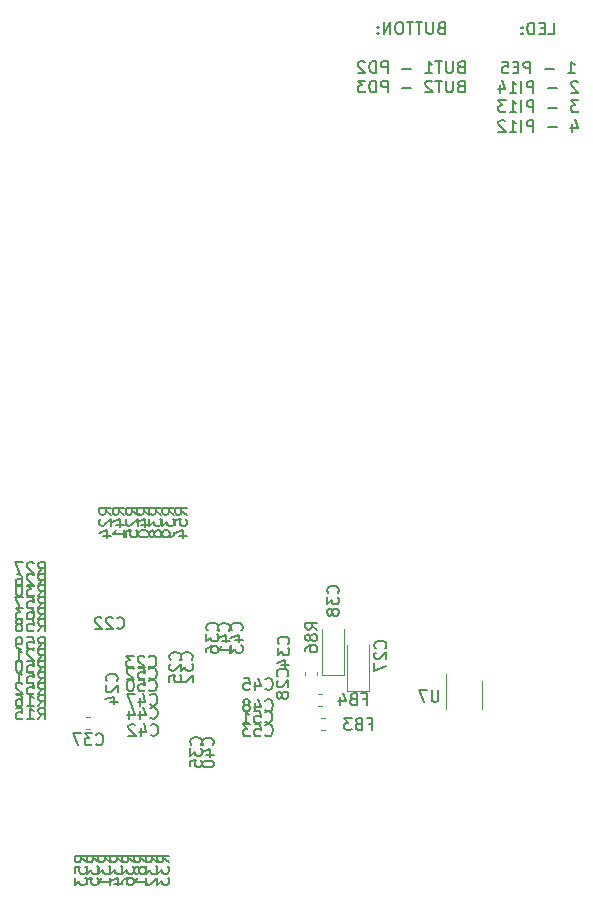
<source format=gbr>
G04 #@! TF.GenerationSoftware,KiCad,Pcbnew,(5.1.5-0-10_14)*
G04 #@! TF.CreationDate,2021-01-28T08:30:45+01:00*
G04 #@! TF.ProjectId,BEASTH7_01,42454153-5448-4375-9f30-312e6b696361,rev?*
G04 #@! TF.SameCoordinates,Original*
G04 #@! TF.FileFunction,Legend,Bot*
G04 #@! TF.FilePolarity,Positive*
%FSLAX46Y46*%
G04 Gerber Fmt 4.6, Leading zero omitted, Abs format (unit mm)*
G04 Created by KiCad (PCBNEW (5.1.5-0-10_14)) date 2021-01-28 08:30:45*
%MOMM*%
%LPD*%
G04 APERTURE LIST*
%ADD10C,0.150000*%
%ADD11C,0.120000*%
G04 APERTURE END LIST*
D10*
X144892400Y-74186971D02*
X144749542Y-74234590D01*
X144701923Y-74282209D01*
X144654304Y-74377447D01*
X144654304Y-74520304D01*
X144701923Y-74615542D01*
X144749542Y-74663161D01*
X144844780Y-74710780D01*
X145225733Y-74710780D01*
X145225733Y-73710780D01*
X144892400Y-73710780D01*
X144797161Y-73758400D01*
X144749542Y-73806019D01*
X144701923Y-73901257D01*
X144701923Y-73996495D01*
X144749542Y-74091733D01*
X144797161Y-74139352D01*
X144892400Y-74186971D01*
X145225733Y-74186971D01*
X144225733Y-73710780D02*
X144225733Y-74520304D01*
X144178114Y-74615542D01*
X144130495Y-74663161D01*
X144035257Y-74710780D01*
X143844780Y-74710780D01*
X143749542Y-74663161D01*
X143701923Y-74615542D01*
X143654304Y-74520304D01*
X143654304Y-73710780D01*
X143320971Y-73710780D02*
X142749542Y-73710780D01*
X143035257Y-74710780D02*
X143035257Y-73710780D01*
X142559066Y-73710780D02*
X141987638Y-73710780D01*
X142273352Y-74710780D02*
X142273352Y-73710780D01*
X141463828Y-73710780D02*
X141273352Y-73710780D01*
X141178114Y-73758400D01*
X141082876Y-73853638D01*
X141035257Y-74044114D01*
X141035257Y-74377447D01*
X141082876Y-74567923D01*
X141178114Y-74663161D01*
X141273352Y-74710780D01*
X141463828Y-74710780D01*
X141559066Y-74663161D01*
X141654304Y-74567923D01*
X141701923Y-74377447D01*
X141701923Y-74044114D01*
X141654304Y-73853638D01*
X141559066Y-73758400D01*
X141463828Y-73710780D01*
X140606685Y-74710780D02*
X140606685Y-73710780D01*
X140035257Y-74710780D01*
X140035257Y-73710780D01*
X139559066Y-74615542D02*
X139511447Y-74663161D01*
X139559066Y-74710780D01*
X139606685Y-74663161D01*
X139559066Y-74615542D01*
X139559066Y-74710780D01*
X139559066Y-74091733D02*
X139511447Y-74139352D01*
X139559066Y-74186971D01*
X139606685Y-74139352D01*
X139559066Y-74091733D01*
X139559066Y-74186971D01*
X146559066Y-77486971D02*
X146416209Y-77534590D01*
X146368590Y-77582209D01*
X146320971Y-77677447D01*
X146320971Y-77820304D01*
X146368590Y-77915542D01*
X146416209Y-77963161D01*
X146511447Y-78010780D01*
X146892400Y-78010780D01*
X146892400Y-77010780D01*
X146559066Y-77010780D01*
X146463828Y-77058400D01*
X146416209Y-77106019D01*
X146368590Y-77201257D01*
X146368590Y-77296495D01*
X146416209Y-77391733D01*
X146463828Y-77439352D01*
X146559066Y-77486971D01*
X146892400Y-77486971D01*
X145892400Y-77010780D02*
X145892400Y-77820304D01*
X145844780Y-77915542D01*
X145797161Y-77963161D01*
X145701923Y-78010780D01*
X145511447Y-78010780D01*
X145416209Y-77963161D01*
X145368590Y-77915542D01*
X145320971Y-77820304D01*
X145320971Y-77010780D01*
X144987638Y-77010780D02*
X144416209Y-77010780D01*
X144701923Y-78010780D02*
X144701923Y-77010780D01*
X143559066Y-78010780D02*
X144130495Y-78010780D01*
X143844780Y-78010780D02*
X143844780Y-77010780D01*
X143940019Y-77153638D01*
X144035257Y-77248876D01*
X144130495Y-77296495D01*
X142368590Y-77629828D02*
X141606685Y-77629828D01*
X140368590Y-78010780D02*
X140368590Y-77010780D01*
X139987638Y-77010780D01*
X139892400Y-77058400D01*
X139844780Y-77106019D01*
X139797161Y-77201257D01*
X139797161Y-77344114D01*
X139844780Y-77439352D01*
X139892400Y-77486971D01*
X139987638Y-77534590D01*
X140368590Y-77534590D01*
X139368590Y-78010780D02*
X139368590Y-77010780D01*
X139130495Y-77010780D01*
X138987638Y-77058400D01*
X138892400Y-77153638D01*
X138844780Y-77248876D01*
X138797161Y-77439352D01*
X138797161Y-77582209D01*
X138844780Y-77772685D01*
X138892400Y-77867923D01*
X138987638Y-77963161D01*
X139130495Y-78010780D01*
X139368590Y-78010780D01*
X138416209Y-77106019D02*
X138368590Y-77058400D01*
X138273352Y-77010780D01*
X138035257Y-77010780D01*
X137940019Y-77058400D01*
X137892400Y-77106019D01*
X137844780Y-77201257D01*
X137844780Y-77296495D01*
X137892400Y-77439352D01*
X138463828Y-78010780D01*
X137844780Y-78010780D01*
X146559066Y-79136971D02*
X146416209Y-79184590D01*
X146368590Y-79232209D01*
X146320971Y-79327447D01*
X146320971Y-79470304D01*
X146368590Y-79565542D01*
X146416209Y-79613161D01*
X146511447Y-79660780D01*
X146892400Y-79660780D01*
X146892400Y-78660780D01*
X146559066Y-78660780D01*
X146463828Y-78708400D01*
X146416209Y-78756019D01*
X146368590Y-78851257D01*
X146368590Y-78946495D01*
X146416209Y-79041733D01*
X146463828Y-79089352D01*
X146559066Y-79136971D01*
X146892400Y-79136971D01*
X145892400Y-78660780D02*
X145892400Y-79470304D01*
X145844780Y-79565542D01*
X145797161Y-79613161D01*
X145701923Y-79660780D01*
X145511447Y-79660780D01*
X145416209Y-79613161D01*
X145368590Y-79565542D01*
X145320971Y-79470304D01*
X145320971Y-78660780D01*
X144987638Y-78660780D02*
X144416209Y-78660780D01*
X144701923Y-79660780D02*
X144701923Y-78660780D01*
X144130495Y-78756019D02*
X144082876Y-78708400D01*
X143987638Y-78660780D01*
X143749542Y-78660780D01*
X143654304Y-78708400D01*
X143606685Y-78756019D01*
X143559066Y-78851257D01*
X143559066Y-78946495D01*
X143606685Y-79089352D01*
X144178114Y-79660780D01*
X143559066Y-79660780D01*
X142368590Y-79279828D02*
X141606685Y-79279828D01*
X140368590Y-79660780D02*
X140368590Y-78660780D01*
X139987638Y-78660780D01*
X139892400Y-78708400D01*
X139844780Y-78756019D01*
X139797161Y-78851257D01*
X139797161Y-78994114D01*
X139844780Y-79089352D01*
X139892400Y-79136971D01*
X139987638Y-79184590D01*
X140368590Y-79184590D01*
X139368590Y-79660780D02*
X139368590Y-78660780D01*
X139130495Y-78660780D01*
X138987638Y-78708400D01*
X138892400Y-78803638D01*
X138844780Y-78898876D01*
X138797161Y-79089352D01*
X138797161Y-79232209D01*
X138844780Y-79422685D01*
X138892400Y-79517923D01*
X138987638Y-79613161D01*
X139130495Y-79660780D01*
X139368590Y-79660780D01*
X138463828Y-78660780D02*
X137844780Y-78660780D01*
X138178114Y-79041733D01*
X138035257Y-79041733D01*
X137940019Y-79089352D01*
X137892400Y-79136971D01*
X137844780Y-79232209D01*
X137844780Y-79470304D01*
X137892400Y-79565542D01*
X137940019Y-79613161D01*
X138035257Y-79660780D01*
X138320971Y-79660780D01*
X138416209Y-79613161D01*
X138463828Y-79565542D01*
X153992152Y-74737180D02*
X154468342Y-74737180D01*
X154468342Y-73737180D01*
X153658819Y-74213371D02*
X153325485Y-74213371D01*
X153182628Y-74737180D02*
X153658819Y-74737180D01*
X153658819Y-73737180D01*
X153182628Y-73737180D01*
X152754057Y-74737180D02*
X152754057Y-73737180D01*
X152515961Y-73737180D01*
X152373104Y-73784800D01*
X152277866Y-73880038D01*
X152230247Y-73975276D01*
X152182628Y-74165752D01*
X152182628Y-74308609D01*
X152230247Y-74499085D01*
X152277866Y-74594323D01*
X152373104Y-74689561D01*
X152515961Y-74737180D01*
X152754057Y-74737180D01*
X151754057Y-74641942D02*
X151706438Y-74689561D01*
X151754057Y-74737180D01*
X151801676Y-74689561D01*
X151754057Y-74641942D01*
X151754057Y-74737180D01*
X151754057Y-74118133D02*
X151706438Y-74165752D01*
X151754057Y-74213371D01*
X151801676Y-74165752D01*
X151754057Y-74118133D01*
X151754057Y-74213371D01*
X155635009Y-78037180D02*
X156206438Y-78037180D01*
X155920723Y-78037180D02*
X155920723Y-77037180D01*
X156015961Y-77180038D01*
X156111200Y-77275276D01*
X156206438Y-77322895D01*
X154444533Y-77656228D02*
X153682628Y-77656228D01*
X152444533Y-78037180D02*
X152444533Y-77037180D01*
X152063580Y-77037180D01*
X151968342Y-77084800D01*
X151920723Y-77132419D01*
X151873104Y-77227657D01*
X151873104Y-77370514D01*
X151920723Y-77465752D01*
X151968342Y-77513371D01*
X152063580Y-77560990D01*
X152444533Y-77560990D01*
X151444533Y-77513371D02*
X151111200Y-77513371D01*
X150968342Y-78037180D02*
X151444533Y-78037180D01*
X151444533Y-77037180D01*
X150968342Y-77037180D01*
X150063580Y-77037180D02*
X150539771Y-77037180D01*
X150587390Y-77513371D01*
X150539771Y-77465752D01*
X150444533Y-77418133D01*
X150206438Y-77418133D01*
X150111200Y-77465752D01*
X150063580Y-77513371D01*
X150015961Y-77608609D01*
X150015961Y-77846704D01*
X150063580Y-77941942D01*
X150111200Y-77989561D01*
X150206438Y-78037180D01*
X150444533Y-78037180D01*
X150539771Y-77989561D01*
X150587390Y-77941942D01*
X156468342Y-78782419D02*
X156420723Y-78734800D01*
X156325485Y-78687180D01*
X156087390Y-78687180D01*
X155992152Y-78734800D01*
X155944533Y-78782419D01*
X155896914Y-78877657D01*
X155896914Y-78972895D01*
X155944533Y-79115752D01*
X156515961Y-79687180D01*
X155896914Y-79687180D01*
X154706438Y-79306228D02*
X153944533Y-79306228D01*
X152706438Y-79687180D02*
X152706438Y-78687180D01*
X152325485Y-78687180D01*
X152230247Y-78734800D01*
X152182628Y-78782419D01*
X152135009Y-78877657D01*
X152135009Y-79020514D01*
X152182628Y-79115752D01*
X152230247Y-79163371D01*
X152325485Y-79210990D01*
X152706438Y-79210990D01*
X151706438Y-79687180D02*
X151706438Y-78687180D01*
X150706438Y-79687180D02*
X151277866Y-79687180D01*
X150992152Y-79687180D02*
X150992152Y-78687180D01*
X151087390Y-78830038D01*
X151182628Y-78925276D01*
X151277866Y-78972895D01*
X149849295Y-79020514D02*
X149849295Y-79687180D01*
X150087390Y-78639561D02*
X150325485Y-79353847D01*
X149706438Y-79353847D01*
X156515961Y-80337180D02*
X155896914Y-80337180D01*
X156230247Y-80718133D01*
X156087390Y-80718133D01*
X155992152Y-80765752D01*
X155944533Y-80813371D01*
X155896914Y-80908609D01*
X155896914Y-81146704D01*
X155944533Y-81241942D01*
X155992152Y-81289561D01*
X156087390Y-81337180D01*
X156373104Y-81337180D01*
X156468342Y-81289561D01*
X156515961Y-81241942D01*
X154706438Y-80956228D02*
X153944533Y-80956228D01*
X152706438Y-81337180D02*
X152706438Y-80337180D01*
X152325485Y-80337180D01*
X152230247Y-80384800D01*
X152182628Y-80432419D01*
X152135009Y-80527657D01*
X152135009Y-80670514D01*
X152182628Y-80765752D01*
X152230247Y-80813371D01*
X152325485Y-80860990D01*
X152706438Y-80860990D01*
X151706438Y-81337180D02*
X151706438Y-80337180D01*
X150706438Y-81337180D02*
X151277866Y-81337180D01*
X150992152Y-81337180D02*
X150992152Y-80337180D01*
X151087390Y-80480038D01*
X151182628Y-80575276D01*
X151277866Y-80622895D01*
X150373104Y-80337180D02*
X149754057Y-80337180D01*
X150087390Y-80718133D01*
X149944533Y-80718133D01*
X149849295Y-80765752D01*
X149801676Y-80813371D01*
X149754057Y-80908609D01*
X149754057Y-81146704D01*
X149801676Y-81241942D01*
X149849295Y-81289561D01*
X149944533Y-81337180D01*
X150230247Y-81337180D01*
X150325485Y-81289561D01*
X150373104Y-81241942D01*
X155992152Y-82320514D02*
X155992152Y-82987180D01*
X156230247Y-81939561D02*
X156468342Y-82653847D01*
X155849295Y-82653847D01*
X154706438Y-82606228D02*
X153944533Y-82606228D01*
X152706438Y-82987180D02*
X152706438Y-81987180D01*
X152325485Y-81987180D01*
X152230247Y-82034800D01*
X152182628Y-82082419D01*
X152135009Y-82177657D01*
X152135009Y-82320514D01*
X152182628Y-82415752D01*
X152230247Y-82463371D01*
X152325485Y-82510990D01*
X152706438Y-82510990D01*
X151706438Y-82987180D02*
X151706438Y-81987180D01*
X150706438Y-82987180D02*
X151277866Y-82987180D01*
X150992152Y-82987180D02*
X150992152Y-81987180D01*
X151087390Y-82130038D01*
X151182628Y-82225276D01*
X151277866Y-82272895D01*
X150325485Y-82082419D02*
X150277866Y-82034800D01*
X150182628Y-81987180D01*
X149944533Y-81987180D01*
X149849295Y-82034800D01*
X149801676Y-82082419D01*
X149754057Y-82177657D01*
X149754057Y-82272895D01*
X149801676Y-82415752D01*
X150373104Y-82987180D01*
X149754057Y-82987180D01*
D11*
X138780800Y-126445200D02*
X138780800Y-130355200D01*
X138780800Y-130355200D02*
X136910800Y-130355200D01*
X136910800Y-130355200D02*
X136910800Y-126445200D01*
X114873821Y-132535200D02*
X115199379Y-132535200D01*
X114873821Y-133555200D02*
X115199379Y-133555200D01*
X134777200Y-128954400D02*
X134777200Y-125044400D01*
X136647200Y-128954400D02*
X134777200Y-128954400D01*
X136647200Y-125044400D02*
X136647200Y-128954400D01*
X135087579Y-132636800D02*
X134762021Y-132636800D01*
X135087579Y-133656800D02*
X134762021Y-133656800D01*
X134808179Y-131624800D02*
X134482621Y-131624800D01*
X134808179Y-130604800D02*
X134482621Y-130604800D01*
X134418800Y-128691421D02*
X134418800Y-129016979D01*
X133398800Y-128691421D02*
X133398800Y-129016979D01*
X148402600Y-129475200D02*
X148402600Y-131875200D01*
X145302600Y-131875200D02*
X145302600Y-128925200D01*
D10*
X127992142Y-125188742D02*
X128039761Y-125141123D01*
X128087380Y-124998266D01*
X128087380Y-124903028D01*
X128039761Y-124760171D01*
X127944523Y-124664933D01*
X127849285Y-124617314D01*
X127658809Y-124569695D01*
X127515952Y-124569695D01*
X127325476Y-124617314D01*
X127230238Y-124664933D01*
X127135000Y-124760171D01*
X127087380Y-124903028D01*
X127087380Y-124998266D01*
X127135000Y-125141123D01*
X127182619Y-125188742D01*
X127420714Y-126045885D02*
X128087380Y-126045885D01*
X127039761Y-125807790D02*
X127754047Y-125569695D01*
X127754047Y-126188742D01*
X127087380Y-126474457D02*
X127087380Y-127093504D01*
X127468333Y-126760171D01*
X127468333Y-126903028D01*
X127515952Y-126998266D01*
X127563571Y-127045885D01*
X127658809Y-127093504D01*
X127896904Y-127093504D01*
X127992142Y-127045885D01*
X128039761Y-126998266D01*
X128087380Y-126903028D01*
X128087380Y-126617314D01*
X128039761Y-126522076D01*
X127992142Y-126474457D01*
X120149857Y-128246142D02*
X120197476Y-128293761D01*
X120340333Y-128341380D01*
X120435571Y-128341380D01*
X120578428Y-128293761D01*
X120673666Y-128198523D01*
X120721285Y-128103285D01*
X120768904Y-127912809D01*
X120768904Y-127769952D01*
X120721285Y-127579476D01*
X120673666Y-127484238D01*
X120578428Y-127389000D01*
X120435571Y-127341380D01*
X120340333Y-127341380D01*
X120197476Y-127389000D01*
X120149857Y-127436619D01*
X119768904Y-127436619D02*
X119721285Y-127389000D01*
X119626047Y-127341380D01*
X119387952Y-127341380D01*
X119292714Y-127389000D01*
X119245095Y-127436619D01*
X119197476Y-127531857D01*
X119197476Y-127627095D01*
X119245095Y-127769952D01*
X119816523Y-128341380D01*
X119197476Y-128341380D01*
X118864142Y-127341380D02*
X118245095Y-127341380D01*
X118578428Y-127722333D01*
X118435571Y-127722333D01*
X118340333Y-127769952D01*
X118292714Y-127817571D01*
X118245095Y-127912809D01*
X118245095Y-128150904D01*
X118292714Y-128246142D01*
X118340333Y-128293761D01*
X118435571Y-128341380D01*
X118721285Y-128341380D01*
X118816523Y-128293761D01*
X118864142Y-128246142D01*
X117425742Y-129481342D02*
X117473361Y-129433723D01*
X117520980Y-129290866D01*
X117520980Y-129195628D01*
X117473361Y-129052771D01*
X117378123Y-128957533D01*
X117282885Y-128909914D01*
X117092409Y-128862295D01*
X116949552Y-128862295D01*
X116759076Y-128909914D01*
X116663838Y-128957533D01*
X116568600Y-129052771D01*
X116520980Y-129195628D01*
X116520980Y-129290866D01*
X116568600Y-129433723D01*
X116616219Y-129481342D01*
X116616219Y-129862295D02*
X116568600Y-129909914D01*
X116520980Y-130005152D01*
X116520980Y-130243247D01*
X116568600Y-130338485D01*
X116616219Y-130386104D01*
X116711457Y-130433723D01*
X116806695Y-130433723D01*
X116949552Y-130386104D01*
X117520980Y-129814676D01*
X117520980Y-130433723D01*
X116854314Y-131290866D02*
X117520980Y-131290866D01*
X116473361Y-131052771D02*
X117187647Y-130814676D01*
X117187647Y-131433723D01*
X122808942Y-127677942D02*
X122856561Y-127630323D01*
X122904180Y-127487466D01*
X122904180Y-127392228D01*
X122856561Y-127249371D01*
X122761323Y-127154133D01*
X122666085Y-127106514D01*
X122475609Y-127058895D01*
X122332752Y-127058895D01*
X122142276Y-127106514D01*
X122047038Y-127154133D01*
X121951800Y-127249371D01*
X121904180Y-127392228D01*
X121904180Y-127487466D01*
X121951800Y-127630323D01*
X121999419Y-127677942D01*
X121999419Y-128058895D02*
X121951800Y-128106514D01*
X121904180Y-128201752D01*
X121904180Y-128439847D01*
X121951800Y-128535085D01*
X121999419Y-128582704D01*
X122094657Y-128630323D01*
X122189895Y-128630323D01*
X122332752Y-128582704D01*
X122904180Y-128011276D01*
X122904180Y-128630323D01*
X121904180Y-129535085D02*
X121904180Y-129058895D01*
X122380371Y-129011276D01*
X122332752Y-129058895D01*
X122285133Y-129154133D01*
X122285133Y-129392228D01*
X122332752Y-129487466D01*
X122380371Y-129535085D01*
X122475609Y-129582704D01*
X122713704Y-129582704D01*
X122808942Y-129535085D01*
X122856561Y-129487466D01*
X122904180Y-129392228D01*
X122904180Y-129154133D01*
X122856561Y-129058895D01*
X122808942Y-129011276D01*
X140158742Y-126712742D02*
X140206361Y-126665123D01*
X140253980Y-126522266D01*
X140253980Y-126427028D01*
X140206361Y-126284171D01*
X140111123Y-126188933D01*
X140015885Y-126141314D01*
X139825409Y-126093695D01*
X139682552Y-126093695D01*
X139492076Y-126141314D01*
X139396838Y-126188933D01*
X139301600Y-126284171D01*
X139253980Y-126427028D01*
X139253980Y-126522266D01*
X139301600Y-126665123D01*
X139349219Y-126712742D01*
X139349219Y-127093695D02*
X139301600Y-127141314D01*
X139253980Y-127236552D01*
X139253980Y-127474647D01*
X139301600Y-127569885D01*
X139349219Y-127617504D01*
X139444457Y-127665123D01*
X139539695Y-127665123D01*
X139682552Y-127617504D01*
X140253980Y-127046076D01*
X140253980Y-127665123D01*
X139253980Y-127998457D02*
X139253980Y-128665123D01*
X140253980Y-128236552D01*
X131876742Y-129074942D02*
X131924361Y-129027323D01*
X131971980Y-128884466D01*
X131971980Y-128789228D01*
X131924361Y-128646371D01*
X131829123Y-128551133D01*
X131733885Y-128503514D01*
X131543409Y-128455895D01*
X131400552Y-128455895D01*
X131210076Y-128503514D01*
X131114838Y-128551133D01*
X131019600Y-128646371D01*
X130971980Y-128789228D01*
X130971980Y-128884466D01*
X131019600Y-129027323D01*
X131067219Y-129074942D01*
X131067219Y-129455895D02*
X131019600Y-129503514D01*
X130971980Y-129598752D01*
X130971980Y-129836847D01*
X131019600Y-129932085D01*
X131067219Y-129979704D01*
X131162457Y-130027323D01*
X131257695Y-130027323D01*
X131400552Y-129979704D01*
X131971980Y-129408276D01*
X131971980Y-130027323D01*
X131400552Y-130598752D02*
X131352933Y-130503514D01*
X131305314Y-130455895D01*
X131210076Y-130408276D01*
X131162457Y-130408276D01*
X131067219Y-130455895D01*
X131019600Y-130503514D01*
X130971980Y-130598752D01*
X130971980Y-130789228D01*
X131019600Y-130884466D01*
X131067219Y-130932085D01*
X131162457Y-130979704D01*
X131210076Y-130979704D01*
X131305314Y-130932085D01*
X131352933Y-130884466D01*
X131400552Y-130789228D01*
X131400552Y-130598752D01*
X131448171Y-130503514D01*
X131495790Y-130455895D01*
X131591028Y-130408276D01*
X131781504Y-130408276D01*
X131876742Y-130455895D01*
X131924361Y-130503514D01*
X131971980Y-130598752D01*
X131971980Y-130789228D01*
X131924361Y-130884466D01*
X131876742Y-130932085D01*
X131781504Y-130979704D01*
X131591028Y-130979704D01*
X131495790Y-130932085D01*
X131448171Y-130884466D01*
X131400552Y-130789228D01*
X123774142Y-127677942D02*
X123821761Y-127630323D01*
X123869380Y-127487466D01*
X123869380Y-127392228D01*
X123821761Y-127249371D01*
X123726523Y-127154133D01*
X123631285Y-127106514D01*
X123440809Y-127058895D01*
X123297952Y-127058895D01*
X123107476Y-127106514D01*
X123012238Y-127154133D01*
X122917000Y-127249371D01*
X122869380Y-127392228D01*
X122869380Y-127487466D01*
X122917000Y-127630323D01*
X122964619Y-127677942D01*
X122869380Y-128011276D02*
X122869380Y-128630323D01*
X123250333Y-128296990D01*
X123250333Y-128439847D01*
X123297952Y-128535085D01*
X123345571Y-128582704D01*
X123440809Y-128630323D01*
X123678904Y-128630323D01*
X123774142Y-128582704D01*
X123821761Y-128535085D01*
X123869380Y-128439847D01*
X123869380Y-128154133D01*
X123821761Y-128058895D01*
X123774142Y-128011276D01*
X122964619Y-129011276D02*
X122917000Y-129058895D01*
X122869380Y-129154133D01*
X122869380Y-129392228D01*
X122917000Y-129487466D01*
X122964619Y-129535085D01*
X123059857Y-129582704D01*
X123155095Y-129582704D01*
X123297952Y-129535085D01*
X123869380Y-128963657D01*
X123869380Y-129582704D01*
X131954542Y-126357142D02*
X132002161Y-126309523D01*
X132049780Y-126166666D01*
X132049780Y-126071428D01*
X132002161Y-125928571D01*
X131906923Y-125833333D01*
X131811685Y-125785714D01*
X131621209Y-125738095D01*
X131478352Y-125738095D01*
X131287876Y-125785714D01*
X131192638Y-125833333D01*
X131097400Y-125928571D01*
X131049780Y-126071428D01*
X131049780Y-126166666D01*
X131097400Y-126309523D01*
X131145019Y-126357142D01*
X131049780Y-126690476D02*
X131049780Y-127309523D01*
X131430733Y-126976190D01*
X131430733Y-127119047D01*
X131478352Y-127214285D01*
X131525971Y-127261904D01*
X131621209Y-127309523D01*
X131859304Y-127309523D01*
X131954542Y-127261904D01*
X132002161Y-127214285D01*
X132049780Y-127119047D01*
X132049780Y-126833333D01*
X132002161Y-126738095D01*
X131954542Y-126690476D01*
X131383114Y-128166666D02*
X132049780Y-128166666D01*
X131002161Y-127928571D02*
X131716447Y-127690476D01*
X131716447Y-128309523D01*
X124563142Y-134866142D02*
X124610761Y-134818523D01*
X124658380Y-134675666D01*
X124658380Y-134580428D01*
X124610761Y-134437571D01*
X124515523Y-134342333D01*
X124420285Y-134294714D01*
X124229809Y-134247095D01*
X124086952Y-134247095D01*
X123896476Y-134294714D01*
X123801238Y-134342333D01*
X123706000Y-134437571D01*
X123658380Y-134580428D01*
X123658380Y-134675666D01*
X123706000Y-134818523D01*
X123753619Y-134866142D01*
X123658380Y-135199476D02*
X123658380Y-135818523D01*
X124039333Y-135485190D01*
X124039333Y-135628047D01*
X124086952Y-135723285D01*
X124134571Y-135770904D01*
X124229809Y-135818523D01*
X124467904Y-135818523D01*
X124563142Y-135770904D01*
X124610761Y-135723285D01*
X124658380Y-135628047D01*
X124658380Y-135342333D01*
X124610761Y-135247095D01*
X124563142Y-135199476D01*
X123658380Y-136723285D02*
X123658380Y-136247095D01*
X124134571Y-136199476D01*
X124086952Y-136247095D01*
X124039333Y-136342333D01*
X124039333Y-136580428D01*
X124086952Y-136675666D01*
X124134571Y-136723285D01*
X124229809Y-136770904D01*
X124467904Y-136770904D01*
X124563142Y-136723285D01*
X124610761Y-136675666D01*
X124658380Y-136580428D01*
X124658380Y-136342333D01*
X124610761Y-136247095D01*
X124563142Y-136199476D01*
X125934742Y-125188742D02*
X125982361Y-125141123D01*
X126029980Y-124998266D01*
X126029980Y-124903028D01*
X125982361Y-124760171D01*
X125887123Y-124664933D01*
X125791885Y-124617314D01*
X125601409Y-124569695D01*
X125458552Y-124569695D01*
X125268076Y-124617314D01*
X125172838Y-124664933D01*
X125077600Y-124760171D01*
X125029980Y-124903028D01*
X125029980Y-124998266D01*
X125077600Y-125141123D01*
X125125219Y-125188742D01*
X125029980Y-125522076D02*
X125029980Y-126141123D01*
X125410933Y-125807790D01*
X125410933Y-125950647D01*
X125458552Y-126045885D01*
X125506171Y-126093504D01*
X125601409Y-126141123D01*
X125839504Y-126141123D01*
X125934742Y-126093504D01*
X125982361Y-126045885D01*
X126029980Y-125950647D01*
X126029980Y-125664933D01*
X125982361Y-125569695D01*
X125934742Y-125522076D01*
X125029980Y-126998266D02*
X125029980Y-126807790D01*
X125077600Y-126712552D01*
X125125219Y-126664933D01*
X125268076Y-126569695D01*
X125458552Y-126522076D01*
X125839504Y-126522076D01*
X125934742Y-126569695D01*
X125982361Y-126617314D01*
X126029980Y-126712552D01*
X126029980Y-126903028D01*
X125982361Y-126998266D01*
X125934742Y-127045885D01*
X125839504Y-127093504D01*
X125601409Y-127093504D01*
X125506171Y-127045885D01*
X125458552Y-126998266D01*
X125410933Y-126903028D01*
X125410933Y-126712552D01*
X125458552Y-126617314D01*
X125506171Y-126569695D01*
X125601409Y-126522076D01*
X115679457Y-134832342D02*
X115727076Y-134879961D01*
X115869933Y-134927580D01*
X115965171Y-134927580D01*
X116108028Y-134879961D01*
X116203266Y-134784723D01*
X116250885Y-134689485D01*
X116298504Y-134499009D01*
X116298504Y-134356152D01*
X116250885Y-134165676D01*
X116203266Y-134070438D01*
X116108028Y-133975200D01*
X115965171Y-133927580D01*
X115869933Y-133927580D01*
X115727076Y-133975200D01*
X115679457Y-134022819D01*
X115346123Y-133927580D02*
X114727076Y-133927580D01*
X115060409Y-134308533D01*
X114917552Y-134308533D01*
X114822314Y-134356152D01*
X114774695Y-134403771D01*
X114727076Y-134499009D01*
X114727076Y-134737104D01*
X114774695Y-134832342D01*
X114822314Y-134879961D01*
X114917552Y-134927580D01*
X115203266Y-134927580D01*
X115298504Y-134879961D01*
X115346123Y-134832342D01*
X114393742Y-133927580D02*
X113727076Y-133927580D01*
X114155647Y-134927580D01*
X136145542Y-122039142D02*
X136193161Y-121991523D01*
X136240780Y-121848666D01*
X136240780Y-121753428D01*
X136193161Y-121610571D01*
X136097923Y-121515333D01*
X136002685Y-121467714D01*
X135812209Y-121420095D01*
X135669352Y-121420095D01*
X135478876Y-121467714D01*
X135383638Y-121515333D01*
X135288400Y-121610571D01*
X135240780Y-121753428D01*
X135240780Y-121848666D01*
X135288400Y-121991523D01*
X135336019Y-122039142D01*
X135240780Y-122372476D02*
X135240780Y-122991523D01*
X135621733Y-122658190D01*
X135621733Y-122801047D01*
X135669352Y-122896285D01*
X135716971Y-122943904D01*
X135812209Y-122991523D01*
X136050304Y-122991523D01*
X136145542Y-122943904D01*
X136193161Y-122896285D01*
X136240780Y-122801047D01*
X136240780Y-122515333D01*
X136193161Y-122420095D01*
X136145542Y-122372476D01*
X135669352Y-123562952D02*
X135621733Y-123467714D01*
X135574114Y-123420095D01*
X135478876Y-123372476D01*
X135431257Y-123372476D01*
X135336019Y-123420095D01*
X135288400Y-123467714D01*
X135240780Y-123562952D01*
X135240780Y-123753428D01*
X135288400Y-123848666D01*
X135336019Y-123896285D01*
X135431257Y-123943904D01*
X135478876Y-123943904D01*
X135574114Y-123896285D01*
X135621733Y-123848666D01*
X135669352Y-123753428D01*
X135669352Y-123562952D01*
X135716971Y-123467714D01*
X135764590Y-123420095D01*
X135859828Y-123372476D01*
X136050304Y-123372476D01*
X136145542Y-123420095D01*
X136193161Y-123467714D01*
X136240780Y-123562952D01*
X136240780Y-123753428D01*
X136193161Y-123848666D01*
X136145542Y-123896285D01*
X136050304Y-123943904D01*
X135859828Y-123943904D01*
X135764590Y-123896285D01*
X135716971Y-123848666D01*
X135669352Y-123753428D01*
X125579142Y-134891542D02*
X125626761Y-134843923D01*
X125674380Y-134701066D01*
X125674380Y-134605828D01*
X125626761Y-134462971D01*
X125531523Y-134367733D01*
X125436285Y-134320114D01*
X125245809Y-134272495D01*
X125102952Y-134272495D01*
X124912476Y-134320114D01*
X124817238Y-134367733D01*
X124722000Y-134462971D01*
X124674380Y-134605828D01*
X124674380Y-134701066D01*
X124722000Y-134843923D01*
X124769619Y-134891542D01*
X125007714Y-135748685D02*
X125674380Y-135748685D01*
X124626761Y-135510590D02*
X125341047Y-135272495D01*
X125341047Y-135891542D01*
X124674380Y-136462971D02*
X124674380Y-136558209D01*
X124722000Y-136653447D01*
X124769619Y-136701066D01*
X124864857Y-136748685D01*
X125055333Y-136796304D01*
X125293428Y-136796304D01*
X125483904Y-136748685D01*
X125579142Y-136701066D01*
X125626761Y-136653447D01*
X125674380Y-136558209D01*
X125674380Y-136462971D01*
X125626761Y-136367733D01*
X125579142Y-136320114D01*
X125483904Y-136272495D01*
X125293428Y-136224876D01*
X125055333Y-136224876D01*
X124864857Y-136272495D01*
X124769619Y-136320114D01*
X124722000Y-136367733D01*
X124674380Y-136462971D01*
X126925342Y-125214142D02*
X126972961Y-125166523D01*
X127020580Y-125023666D01*
X127020580Y-124928428D01*
X126972961Y-124785571D01*
X126877723Y-124690333D01*
X126782485Y-124642714D01*
X126592009Y-124595095D01*
X126449152Y-124595095D01*
X126258676Y-124642714D01*
X126163438Y-124690333D01*
X126068200Y-124785571D01*
X126020580Y-124928428D01*
X126020580Y-125023666D01*
X126068200Y-125166523D01*
X126115819Y-125214142D01*
X126353914Y-126071285D02*
X127020580Y-126071285D01*
X125972961Y-125833190D02*
X126687247Y-125595095D01*
X126687247Y-126214142D01*
X127020580Y-127118904D02*
X127020580Y-126547476D01*
X127020580Y-126833190D02*
X126020580Y-126833190D01*
X126163438Y-126737952D01*
X126258676Y-126642714D01*
X126306295Y-126547476D01*
X120327657Y-134037342D02*
X120375276Y-134084961D01*
X120518133Y-134132580D01*
X120613371Y-134132580D01*
X120756228Y-134084961D01*
X120851466Y-133989723D01*
X120899085Y-133894485D01*
X120946704Y-133704009D01*
X120946704Y-133561152D01*
X120899085Y-133370676D01*
X120851466Y-133275438D01*
X120756228Y-133180200D01*
X120613371Y-133132580D01*
X120518133Y-133132580D01*
X120375276Y-133180200D01*
X120327657Y-133227819D01*
X119470514Y-133465914D02*
X119470514Y-134132580D01*
X119708609Y-133084961D02*
X119946704Y-133799247D01*
X119327657Y-133799247D01*
X118994323Y-133227819D02*
X118946704Y-133180200D01*
X118851466Y-133132580D01*
X118613371Y-133132580D01*
X118518133Y-133180200D01*
X118470514Y-133227819D01*
X118422895Y-133323057D01*
X118422895Y-133418295D01*
X118470514Y-133561152D01*
X119041942Y-134132580D01*
X118422895Y-134132580D01*
X120276857Y-132614942D02*
X120324476Y-132662561D01*
X120467333Y-132710180D01*
X120562571Y-132710180D01*
X120705428Y-132662561D01*
X120800666Y-132567323D01*
X120848285Y-132472085D01*
X120895904Y-132281609D01*
X120895904Y-132138752D01*
X120848285Y-131948276D01*
X120800666Y-131853038D01*
X120705428Y-131757800D01*
X120562571Y-131710180D01*
X120467333Y-131710180D01*
X120324476Y-131757800D01*
X120276857Y-131805419D01*
X119419714Y-132043514D02*
X119419714Y-132710180D01*
X119657809Y-131662561D02*
X119895904Y-132376847D01*
X119276857Y-132376847D01*
X118467333Y-132043514D02*
X118467333Y-132710180D01*
X118705428Y-131662561D02*
X118943523Y-132376847D01*
X118324476Y-132376847D01*
X130030457Y-130151142D02*
X130078076Y-130198761D01*
X130220933Y-130246380D01*
X130316171Y-130246380D01*
X130459028Y-130198761D01*
X130554266Y-130103523D01*
X130601885Y-130008285D01*
X130649504Y-129817809D01*
X130649504Y-129674952D01*
X130601885Y-129484476D01*
X130554266Y-129389238D01*
X130459028Y-129294000D01*
X130316171Y-129246380D01*
X130220933Y-129246380D01*
X130078076Y-129294000D01*
X130030457Y-129341619D01*
X129173314Y-129579714D02*
X129173314Y-130246380D01*
X129411409Y-129198761D02*
X129649504Y-129913047D01*
X129030457Y-129913047D01*
X128173314Y-129246380D02*
X128649504Y-129246380D01*
X128697123Y-129722571D01*
X128649504Y-129674952D01*
X128554266Y-129627333D01*
X128316171Y-129627333D01*
X128220933Y-129674952D01*
X128173314Y-129722571D01*
X128125695Y-129817809D01*
X128125695Y-130055904D01*
X128173314Y-130151142D01*
X128220933Y-130198761D01*
X128316171Y-130246380D01*
X128554266Y-130246380D01*
X128649504Y-130198761D01*
X128697123Y-130151142D01*
X120251457Y-131471942D02*
X120299076Y-131519561D01*
X120441933Y-131567180D01*
X120537171Y-131567180D01*
X120680028Y-131519561D01*
X120775266Y-131424323D01*
X120822885Y-131329085D01*
X120870504Y-131138609D01*
X120870504Y-130995752D01*
X120822885Y-130805276D01*
X120775266Y-130710038D01*
X120680028Y-130614800D01*
X120537171Y-130567180D01*
X120441933Y-130567180D01*
X120299076Y-130614800D01*
X120251457Y-130662419D01*
X119394314Y-130900514D02*
X119394314Y-131567180D01*
X119632409Y-130519561D02*
X119870504Y-131233847D01*
X119251457Y-131233847D01*
X118965742Y-130567180D02*
X118299076Y-130567180D01*
X118727647Y-131567180D01*
X130030457Y-131954542D02*
X130078076Y-132002161D01*
X130220933Y-132049780D01*
X130316171Y-132049780D01*
X130459028Y-132002161D01*
X130554266Y-131906923D01*
X130601885Y-131811685D01*
X130649504Y-131621209D01*
X130649504Y-131478352D01*
X130601885Y-131287876D01*
X130554266Y-131192638D01*
X130459028Y-131097400D01*
X130316171Y-131049780D01*
X130220933Y-131049780D01*
X130078076Y-131097400D01*
X130030457Y-131145019D01*
X129173314Y-131383114D02*
X129173314Y-132049780D01*
X129411409Y-131002161D02*
X129649504Y-131716447D01*
X129030457Y-131716447D01*
X128506647Y-131478352D02*
X128601885Y-131430733D01*
X128649504Y-131383114D01*
X128697123Y-131287876D01*
X128697123Y-131240257D01*
X128649504Y-131145019D01*
X128601885Y-131097400D01*
X128506647Y-131049780D01*
X128316171Y-131049780D01*
X128220933Y-131097400D01*
X128173314Y-131145019D01*
X128125695Y-131240257D01*
X128125695Y-131287876D01*
X128173314Y-131383114D01*
X128220933Y-131430733D01*
X128316171Y-131478352D01*
X128506647Y-131478352D01*
X128601885Y-131525971D01*
X128649504Y-131573590D01*
X128697123Y-131668828D01*
X128697123Y-131859304D01*
X128649504Y-131954542D01*
X128601885Y-132002161D01*
X128506647Y-132049780D01*
X128316171Y-132049780D01*
X128220933Y-132002161D01*
X128173314Y-131954542D01*
X128125695Y-131859304D01*
X128125695Y-131668828D01*
X128173314Y-131573590D01*
X128220933Y-131525971D01*
X128316171Y-131478352D01*
X120200657Y-130278142D02*
X120248276Y-130325761D01*
X120391133Y-130373380D01*
X120486371Y-130373380D01*
X120629228Y-130325761D01*
X120724466Y-130230523D01*
X120772085Y-130135285D01*
X120819704Y-129944809D01*
X120819704Y-129801952D01*
X120772085Y-129611476D01*
X120724466Y-129516238D01*
X120629228Y-129421000D01*
X120486371Y-129373380D01*
X120391133Y-129373380D01*
X120248276Y-129421000D01*
X120200657Y-129468619D01*
X119295895Y-129373380D02*
X119772085Y-129373380D01*
X119819704Y-129849571D01*
X119772085Y-129801952D01*
X119676847Y-129754333D01*
X119438752Y-129754333D01*
X119343514Y-129801952D01*
X119295895Y-129849571D01*
X119248276Y-129944809D01*
X119248276Y-130182904D01*
X119295895Y-130278142D01*
X119343514Y-130325761D01*
X119438752Y-130373380D01*
X119676847Y-130373380D01*
X119772085Y-130325761D01*
X119819704Y-130278142D01*
X118629228Y-129373380D02*
X118533990Y-129373380D01*
X118438752Y-129421000D01*
X118391133Y-129468619D01*
X118343514Y-129563857D01*
X118295895Y-129754333D01*
X118295895Y-129992428D01*
X118343514Y-130182904D01*
X118391133Y-130278142D01*
X118438752Y-130325761D01*
X118533990Y-130373380D01*
X118629228Y-130373380D01*
X118724466Y-130325761D01*
X118772085Y-130278142D01*
X118819704Y-130182904D01*
X118867323Y-129992428D01*
X118867323Y-129754333D01*
X118819704Y-129563857D01*
X118772085Y-129468619D01*
X118724466Y-129421000D01*
X118629228Y-129373380D01*
X130005057Y-132945142D02*
X130052676Y-132992761D01*
X130195533Y-133040380D01*
X130290771Y-133040380D01*
X130433628Y-132992761D01*
X130528866Y-132897523D01*
X130576485Y-132802285D01*
X130624104Y-132611809D01*
X130624104Y-132468952D01*
X130576485Y-132278476D01*
X130528866Y-132183238D01*
X130433628Y-132088000D01*
X130290771Y-132040380D01*
X130195533Y-132040380D01*
X130052676Y-132088000D01*
X130005057Y-132135619D01*
X129100295Y-132040380D02*
X129576485Y-132040380D01*
X129624104Y-132516571D01*
X129576485Y-132468952D01*
X129481247Y-132421333D01*
X129243152Y-132421333D01*
X129147914Y-132468952D01*
X129100295Y-132516571D01*
X129052676Y-132611809D01*
X129052676Y-132849904D01*
X129100295Y-132945142D01*
X129147914Y-132992761D01*
X129243152Y-133040380D01*
X129481247Y-133040380D01*
X129576485Y-132992761D01*
X129624104Y-132945142D01*
X128100295Y-133040380D02*
X128671723Y-133040380D01*
X128386009Y-133040380D02*
X128386009Y-132040380D01*
X128481247Y-132183238D01*
X128576485Y-132278476D01*
X128671723Y-132326095D01*
X120200657Y-129262142D02*
X120248276Y-129309761D01*
X120391133Y-129357380D01*
X120486371Y-129357380D01*
X120629228Y-129309761D01*
X120724466Y-129214523D01*
X120772085Y-129119285D01*
X120819704Y-128928809D01*
X120819704Y-128785952D01*
X120772085Y-128595476D01*
X120724466Y-128500238D01*
X120629228Y-128405000D01*
X120486371Y-128357380D01*
X120391133Y-128357380D01*
X120248276Y-128405000D01*
X120200657Y-128452619D01*
X119295895Y-128357380D02*
X119772085Y-128357380D01*
X119819704Y-128833571D01*
X119772085Y-128785952D01*
X119676847Y-128738333D01*
X119438752Y-128738333D01*
X119343514Y-128785952D01*
X119295895Y-128833571D01*
X119248276Y-128928809D01*
X119248276Y-129166904D01*
X119295895Y-129262142D01*
X119343514Y-129309761D01*
X119438752Y-129357380D01*
X119676847Y-129357380D01*
X119772085Y-129309761D01*
X119819704Y-129262142D01*
X118867323Y-128452619D02*
X118819704Y-128405000D01*
X118724466Y-128357380D01*
X118486371Y-128357380D01*
X118391133Y-128405000D01*
X118343514Y-128452619D01*
X118295895Y-128547857D01*
X118295895Y-128643095D01*
X118343514Y-128785952D01*
X118914942Y-129357380D01*
X118295895Y-129357380D01*
X130030457Y-134062742D02*
X130078076Y-134110361D01*
X130220933Y-134157980D01*
X130316171Y-134157980D01*
X130459028Y-134110361D01*
X130554266Y-134015123D01*
X130601885Y-133919885D01*
X130649504Y-133729409D01*
X130649504Y-133586552D01*
X130601885Y-133396076D01*
X130554266Y-133300838D01*
X130459028Y-133205600D01*
X130316171Y-133157980D01*
X130220933Y-133157980D01*
X130078076Y-133205600D01*
X130030457Y-133253219D01*
X129125695Y-133157980D02*
X129601885Y-133157980D01*
X129649504Y-133634171D01*
X129601885Y-133586552D01*
X129506647Y-133538933D01*
X129268552Y-133538933D01*
X129173314Y-133586552D01*
X129125695Y-133634171D01*
X129078076Y-133729409D01*
X129078076Y-133967504D01*
X129125695Y-134062742D01*
X129173314Y-134110361D01*
X129268552Y-134157980D01*
X129506647Y-134157980D01*
X129601885Y-134110361D01*
X129649504Y-134062742D01*
X128744742Y-133157980D02*
X128125695Y-133157980D01*
X128459028Y-133538933D01*
X128316171Y-133538933D01*
X128220933Y-133586552D01*
X128173314Y-133634171D01*
X128125695Y-133729409D01*
X128125695Y-133967504D01*
X128173314Y-134062742D01*
X128220933Y-134110361D01*
X128316171Y-134157980D01*
X128601885Y-134157980D01*
X128697123Y-134110361D01*
X128744742Y-134062742D01*
X138755333Y-133100771D02*
X139088666Y-133100771D01*
X139088666Y-133624580D02*
X139088666Y-132624580D01*
X138612476Y-132624580D01*
X137898190Y-133100771D02*
X137755333Y-133148390D01*
X137707714Y-133196009D01*
X137660095Y-133291247D01*
X137660095Y-133434104D01*
X137707714Y-133529342D01*
X137755333Y-133576961D01*
X137850571Y-133624580D01*
X138231523Y-133624580D01*
X138231523Y-132624580D01*
X137898190Y-132624580D01*
X137802952Y-132672200D01*
X137755333Y-132719819D01*
X137707714Y-132815057D01*
X137707714Y-132910295D01*
X137755333Y-133005533D01*
X137802952Y-133053152D01*
X137898190Y-133100771D01*
X138231523Y-133100771D01*
X137326761Y-132624580D02*
X136707714Y-132624580D01*
X137041047Y-133005533D01*
X136898190Y-133005533D01*
X136802952Y-133053152D01*
X136755333Y-133100771D01*
X136707714Y-133196009D01*
X136707714Y-133434104D01*
X136755333Y-133529342D01*
X136802952Y-133576961D01*
X136898190Y-133624580D01*
X137183904Y-133624580D01*
X137279142Y-133576961D01*
X137326761Y-133529342D01*
X138298133Y-130992571D02*
X138631466Y-130992571D01*
X138631466Y-131516380D02*
X138631466Y-130516380D01*
X138155276Y-130516380D01*
X137440990Y-130992571D02*
X137298133Y-131040190D01*
X137250514Y-131087809D01*
X137202895Y-131183047D01*
X137202895Y-131325904D01*
X137250514Y-131421142D01*
X137298133Y-131468761D01*
X137393371Y-131516380D01*
X137774323Y-131516380D01*
X137774323Y-130516380D01*
X137440990Y-130516380D01*
X137345752Y-130564000D01*
X137298133Y-130611619D01*
X137250514Y-130706857D01*
X137250514Y-130802095D01*
X137298133Y-130897333D01*
X137345752Y-130944952D01*
X137440990Y-130992571D01*
X137774323Y-130992571D01*
X136345752Y-130849714D02*
X136345752Y-131516380D01*
X136583847Y-130468761D02*
X136821942Y-131183047D01*
X136202895Y-131183047D01*
X134411980Y-125137942D02*
X133935790Y-124804609D01*
X134411980Y-124566514D02*
X133411980Y-124566514D01*
X133411980Y-124947466D01*
X133459600Y-125042704D01*
X133507219Y-125090323D01*
X133602457Y-125137942D01*
X133745314Y-125137942D01*
X133840552Y-125090323D01*
X133888171Y-125042704D01*
X133935790Y-124947466D01*
X133935790Y-124566514D01*
X133840552Y-125709371D02*
X133792933Y-125614133D01*
X133745314Y-125566514D01*
X133650076Y-125518895D01*
X133602457Y-125518895D01*
X133507219Y-125566514D01*
X133459600Y-125614133D01*
X133411980Y-125709371D01*
X133411980Y-125899847D01*
X133459600Y-125995085D01*
X133507219Y-126042704D01*
X133602457Y-126090323D01*
X133650076Y-126090323D01*
X133745314Y-126042704D01*
X133792933Y-125995085D01*
X133840552Y-125899847D01*
X133840552Y-125709371D01*
X133888171Y-125614133D01*
X133935790Y-125566514D01*
X134031028Y-125518895D01*
X134221504Y-125518895D01*
X134316742Y-125566514D01*
X134364361Y-125614133D01*
X134411980Y-125709371D01*
X134411980Y-125899847D01*
X134364361Y-125995085D01*
X134316742Y-126042704D01*
X134221504Y-126090323D01*
X134031028Y-126090323D01*
X133935790Y-126042704D01*
X133888171Y-125995085D01*
X133840552Y-125899847D01*
X133411980Y-126947466D02*
X133411980Y-126756990D01*
X133459600Y-126661752D01*
X133507219Y-126614133D01*
X133650076Y-126518895D01*
X133840552Y-126471276D01*
X134221504Y-126471276D01*
X134316742Y-126518895D01*
X134364361Y-126566514D01*
X134411980Y-126661752D01*
X134411980Y-126852228D01*
X134364361Y-126947466D01*
X134316742Y-126995085D01*
X134221504Y-127042704D01*
X133983409Y-127042704D01*
X133888171Y-126995085D01*
X133840552Y-126947466D01*
X133792933Y-126852228D01*
X133792933Y-126661752D01*
X133840552Y-126566514D01*
X133888171Y-126518895D01*
X133983409Y-126471276D01*
X144678304Y-130262380D02*
X144678304Y-131071904D01*
X144630685Y-131167142D01*
X144583066Y-131214761D01*
X144487828Y-131262380D01*
X144297352Y-131262380D01*
X144202114Y-131214761D01*
X144154495Y-131167142D01*
X144106876Y-131071904D01*
X144106876Y-130262380D01*
X143725923Y-130262380D02*
X143059257Y-130262380D01*
X143487828Y-131262380D01*
X110777257Y-132735580D02*
X111110590Y-132259390D01*
X111348685Y-132735580D02*
X111348685Y-131735580D01*
X110967733Y-131735580D01*
X110872495Y-131783200D01*
X110824876Y-131830819D01*
X110777257Y-131926057D01*
X110777257Y-132068914D01*
X110824876Y-132164152D01*
X110872495Y-132211771D01*
X110967733Y-132259390D01*
X111348685Y-132259390D01*
X109824876Y-132735580D02*
X110396304Y-132735580D01*
X110110590Y-132735580D02*
X110110590Y-131735580D01*
X110205828Y-131878438D01*
X110301066Y-131973676D01*
X110396304Y-132021295D01*
X108920114Y-131735580D02*
X109396304Y-131735580D01*
X109443923Y-132211771D01*
X109396304Y-132164152D01*
X109301066Y-132116533D01*
X109062971Y-132116533D01*
X108967733Y-132164152D01*
X108920114Y-132211771D01*
X108872495Y-132307009D01*
X108872495Y-132545104D01*
X108920114Y-132640342D01*
X108967733Y-132687961D01*
X109062971Y-132735580D01*
X109301066Y-132735580D01*
X109396304Y-132687961D01*
X109443923Y-132640342D01*
X110777257Y-131643380D02*
X111110590Y-131167190D01*
X111348685Y-131643380D02*
X111348685Y-130643380D01*
X110967733Y-130643380D01*
X110872495Y-130691000D01*
X110824876Y-130738619D01*
X110777257Y-130833857D01*
X110777257Y-130976714D01*
X110824876Y-131071952D01*
X110872495Y-131119571D01*
X110967733Y-131167190D01*
X111348685Y-131167190D01*
X109824876Y-131643380D02*
X110396304Y-131643380D01*
X110110590Y-131643380D02*
X110110590Y-130643380D01*
X110205828Y-130786238D01*
X110301066Y-130881476D01*
X110396304Y-130929095D01*
X108967733Y-130643380D02*
X109158209Y-130643380D01*
X109253447Y-130691000D01*
X109301066Y-130738619D01*
X109396304Y-130881476D01*
X109443923Y-131071952D01*
X109443923Y-131452904D01*
X109396304Y-131548142D01*
X109348685Y-131595761D01*
X109253447Y-131643380D01*
X109062971Y-131643380D01*
X108967733Y-131595761D01*
X108920114Y-131548142D01*
X108872495Y-131452904D01*
X108872495Y-131214809D01*
X108920114Y-131119571D01*
X108967733Y-131071952D01*
X109062971Y-131024333D01*
X109253447Y-131024333D01*
X109348685Y-131071952D01*
X109396304Y-131119571D01*
X109443923Y-131214809D01*
X110777257Y-127782580D02*
X111110590Y-127306390D01*
X111348685Y-127782580D02*
X111348685Y-126782580D01*
X110967733Y-126782580D01*
X110872495Y-126830200D01*
X110824876Y-126877819D01*
X110777257Y-126973057D01*
X110777257Y-127115914D01*
X110824876Y-127211152D01*
X110872495Y-127258771D01*
X110967733Y-127306390D01*
X111348685Y-127306390D01*
X110396304Y-126877819D02*
X110348685Y-126830200D01*
X110253447Y-126782580D01*
X110015352Y-126782580D01*
X109920114Y-126830200D01*
X109872495Y-126877819D01*
X109824876Y-126973057D01*
X109824876Y-127068295D01*
X109872495Y-127211152D01*
X110443923Y-127782580D01*
X109824876Y-127782580D01*
X108872495Y-127782580D02*
X109443923Y-127782580D01*
X109158209Y-127782580D02*
X109158209Y-126782580D01*
X109253447Y-126925438D01*
X109348685Y-127020676D01*
X109443923Y-127068295D01*
X116962180Y-115409742D02*
X116485990Y-115076409D01*
X116962180Y-114838314D02*
X115962180Y-114838314D01*
X115962180Y-115219266D01*
X116009800Y-115314504D01*
X116057419Y-115362123D01*
X116152657Y-115409742D01*
X116295514Y-115409742D01*
X116390752Y-115362123D01*
X116438371Y-115314504D01*
X116485990Y-115219266D01*
X116485990Y-114838314D01*
X116057419Y-115790695D02*
X116009800Y-115838314D01*
X115962180Y-115933552D01*
X115962180Y-116171647D01*
X116009800Y-116266885D01*
X116057419Y-116314504D01*
X116152657Y-116362123D01*
X116247895Y-116362123D01*
X116390752Y-116314504D01*
X116962180Y-115743076D01*
X116962180Y-116362123D01*
X116295514Y-117219266D02*
X116962180Y-117219266D01*
X115914561Y-116981171D02*
X116628847Y-116743076D01*
X116628847Y-117362123D01*
X119197380Y-115409742D02*
X118721190Y-115076409D01*
X119197380Y-114838314D02*
X118197380Y-114838314D01*
X118197380Y-115219266D01*
X118245000Y-115314504D01*
X118292619Y-115362123D01*
X118387857Y-115409742D01*
X118530714Y-115409742D01*
X118625952Y-115362123D01*
X118673571Y-115314504D01*
X118721190Y-115219266D01*
X118721190Y-114838314D01*
X118292619Y-115790695D02*
X118245000Y-115838314D01*
X118197380Y-115933552D01*
X118197380Y-116171647D01*
X118245000Y-116266885D01*
X118292619Y-116314504D01*
X118387857Y-116362123D01*
X118483095Y-116362123D01*
X118625952Y-116314504D01*
X119197380Y-115743076D01*
X119197380Y-116362123D01*
X118197380Y-117266885D02*
X118197380Y-116790695D01*
X118673571Y-116743076D01*
X118625952Y-116790695D01*
X118578333Y-116885933D01*
X118578333Y-117124028D01*
X118625952Y-117219266D01*
X118673571Y-117266885D01*
X118768809Y-117314504D01*
X119006904Y-117314504D01*
X119102142Y-117266885D01*
X119149761Y-117219266D01*
X119197380Y-117124028D01*
X119197380Y-116885933D01*
X119149761Y-116790695D01*
X119102142Y-116743076D01*
X110777257Y-121432580D02*
X111110590Y-120956390D01*
X111348685Y-121432580D02*
X111348685Y-120432580D01*
X110967733Y-120432580D01*
X110872495Y-120480200D01*
X110824876Y-120527819D01*
X110777257Y-120623057D01*
X110777257Y-120765914D01*
X110824876Y-120861152D01*
X110872495Y-120908771D01*
X110967733Y-120956390D01*
X111348685Y-120956390D01*
X110396304Y-120527819D02*
X110348685Y-120480200D01*
X110253447Y-120432580D01*
X110015352Y-120432580D01*
X109920114Y-120480200D01*
X109872495Y-120527819D01*
X109824876Y-120623057D01*
X109824876Y-120718295D01*
X109872495Y-120861152D01*
X110443923Y-121432580D01*
X109824876Y-121432580D01*
X108967733Y-120432580D02*
X109158209Y-120432580D01*
X109253447Y-120480200D01*
X109301066Y-120527819D01*
X109396304Y-120670676D01*
X109443923Y-120861152D01*
X109443923Y-121242104D01*
X109396304Y-121337342D01*
X109348685Y-121384961D01*
X109253447Y-121432580D01*
X109062971Y-121432580D01*
X108967733Y-121384961D01*
X108920114Y-121337342D01*
X108872495Y-121242104D01*
X108872495Y-121004009D01*
X108920114Y-120908771D01*
X108967733Y-120861152D01*
X109062971Y-120813533D01*
X109253447Y-120813533D01*
X109348685Y-120861152D01*
X109396304Y-120908771D01*
X109443923Y-121004009D01*
X110777257Y-120416580D02*
X111110590Y-119940390D01*
X111348685Y-120416580D02*
X111348685Y-119416580D01*
X110967733Y-119416580D01*
X110872495Y-119464200D01*
X110824876Y-119511819D01*
X110777257Y-119607057D01*
X110777257Y-119749914D01*
X110824876Y-119845152D01*
X110872495Y-119892771D01*
X110967733Y-119940390D01*
X111348685Y-119940390D01*
X110396304Y-119511819D02*
X110348685Y-119464200D01*
X110253447Y-119416580D01*
X110015352Y-119416580D01*
X109920114Y-119464200D01*
X109872495Y-119511819D01*
X109824876Y-119607057D01*
X109824876Y-119702295D01*
X109872495Y-119845152D01*
X110443923Y-120416580D01*
X109824876Y-120416580D01*
X109491542Y-119416580D02*
X108824876Y-119416580D01*
X109253447Y-120416580D01*
X110777257Y-122321580D02*
X111110590Y-121845390D01*
X111348685Y-122321580D02*
X111348685Y-121321580D01*
X110967733Y-121321580D01*
X110872495Y-121369200D01*
X110824876Y-121416819D01*
X110777257Y-121512057D01*
X110777257Y-121654914D01*
X110824876Y-121750152D01*
X110872495Y-121797771D01*
X110967733Y-121845390D01*
X111348685Y-121845390D01*
X110443923Y-121321580D02*
X109824876Y-121321580D01*
X110158209Y-121702533D01*
X110015352Y-121702533D01*
X109920114Y-121750152D01*
X109872495Y-121797771D01*
X109824876Y-121893009D01*
X109824876Y-122131104D01*
X109872495Y-122226342D01*
X109920114Y-122273961D01*
X110015352Y-122321580D01*
X110301066Y-122321580D01*
X110396304Y-122273961D01*
X110443923Y-122226342D01*
X109205828Y-121321580D02*
X109110590Y-121321580D01*
X109015352Y-121369200D01*
X108967733Y-121416819D01*
X108920114Y-121512057D01*
X108872495Y-121702533D01*
X108872495Y-121940628D01*
X108920114Y-122131104D01*
X108967733Y-122226342D01*
X109015352Y-122273961D01*
X109110590Y-122321580D01*
X109205828Y-122321580D01*
X109301066Y-122273961D01*
X109348685Y-122226342D01*
X109396304Y-122131104D01*
X109443923Y-121940628D01*
X109443923Y-121702533D01*
X109396304Y-121512057D01*
X109348685Y-121416819D01*
X109301066Y-121369200D01*
X109205828Y-121321580D01*
X116885980Y-144848342D02*
X116409790Y-144515009D01*
X116885980Y-144276914D02*
X115885980Y-144276914D01*
X115885980Y-144657866D01*
X115933600Y-144753104D01*
X115981219Y-144800723D01*
X116076457Y-144848342D01*
X116219314Y-144848342D01*
X116314552Y-144800723D01*
X116362171Y-144753104D01*
X116409790Y-144657866D01*
X116409790Y-144276914D01*
X115885980Y-145181676D02*
X115885980Y-145800723D01*
X116266933Y-145467390D01*
X116266933Y-145610247D01*
X116314552Y-145705485D01*
X116362171Y-145753104D01*
X116457409Y-145800723D01*
X116695504Y-145800723D01*
X116790742Y-145753104D01*
X116838361Y-145705485D01*
X116885980Y-145610247D01*
X116885980Y-145324533D01*
X116838361Y-145229295D01*
X116790742Y-145181676D01*
X116885980Y-146753104D02*
X116885980Y-146181676D01*
X116885980Y-146467390D02*
X115885980Y-146467390D01*
X116028838Y-146372152D01*
X116124076Y-146276914D01*
X116171695Y-146181676D01*
X120873780Y-144848342D02*
X120397590Y-144515009D01*
X120873780Y-144276914D02*
X119873780Y-144276914D01*
X119873780Y-144657866D01*
X119921400Y-144753104D01*
X119969019Y-144800723D01*
X120064257Y-144848342D01*
X120207114Y-144848342D01*
X120302352Y-144800723D01*
X120349971Y-144753104D01*
X120397590Y-144657866D01*
X120397590Y-144276914D01*
X119873780Y-145181676D02*
X119873780Y-145800723D01*
X120254733Y-145467390D01*
X120254733Y-145610247D01*
X120302352Y-145705485D01*
X120349971Y-145753104D01*
X120445209Y-145800723D01*
X120683304Y-145800723D01*
X120778542Y-145753104D01*
X120826161Y-145705485D01*
X120873780Y-145610247D01*
X120873780Y-145324533D01*
X120826161Y-145229295D01*
X120778542Y-145181676D01*
X119969019Y-146181676D02*
X119921400Y-146229295D01*
X119873780Y-146324533D01*
X119873780Y-146562628D01*
X119921400Y-146657866D01*
X119969019Y-146705485D01*
X120064257Y-146753104D01*
X120159495Y-146753104D01*
X120302352Y-146705485D01*
X120873780Y-146134057D01*
X120873780Y-146753104D01*
X121864380Y-144848342D02*
X121388190Y-144515009D01*
X121864380Y-144276914D02*
X120864380Y-144276914D01*
X120864380Y-144657866D01*
X120912000Y-144753104D01*
X120959619Y-144800723D01*
X121054857Y-144848342D01*
X121197714Y-144848342D01*
X121292952Y-144800723D01*
X121340571Y-144753104D01*
X121388190Y-144657866D01*
X121388190Y-144276914D01*
X120864380Y-145181676D02*
X120864380Y-145800723D01*
X121245333Y-145467390D01*
X121245333Y-145610247D01*
X121292952Y-145705485D01*
X121340571Y-145753104D01*
X121435809Y-145800723D01*
X121673904Y-145800723D01*
X121769142Y-145753104D01*
X121816761Y-145705485D01*
X121864380Y-145610247D01*
X121864380Y-145324533D01*
X121816761Y-145229295D01*
X121769142Y-145181676D01*
X120864380Y-146134057D02*
X120864380Y-146753104D01*
X121245333Y-146419771D01*
X121245333Y-146562628D01*
X121292952Y-146657866D01*
X121340571Y-146705485D01*
X121435809Y-146753104D01*
X121673904Y-146753104D01*
X121769142Y-146705485D01*
X121816761Y-146657866D01*
X121864380Y-146562628D01*
X121864380Y-146276914D01*
X121816761Y-146181676D01*
X121769142Y-146134057D01*
X117901980Y-144848342D02*
X117425790Y-144515009D01*
X117901980Y-144276914D02*
X116901980Y-144276914D01*
X116901980Y-144657866D01*
X116949600Y-144753104D01*
X116997219Y-144800723D01*
X117092457Y-144848342D01*
X117235314Y-144848342D01*
X117330552Y-144800723D01*
X117378171Y-144753104D01*
X117425790Y-144657866D01*
X117425790Y-144276914D01*
X116901980Y-145181676D02*
X116901980Y-145800723D01*
X117282933Y-145467390D01*
X117282933Y-145610247D01*
X117330552Y-145705485D01*
X117378171Y-145753104D01*
X117473409Y-145800723D01*
X117711504Y-145800723D01*
X117806742Y-145753104D01*
X117854361Y-145705485D01*
X117901980Y-145610247D01*
X117901980Y-145324533D01*
X117854361Y-145229295D01*
X117806742Y-145181676D01*
X117235314Y-146657866D02*
X117901980Y-146657866D01*
X116854361Y-146419771D02*
X117568647Y-146181676D01*
X117568647Y-146800723D01*
X115895380Y-144848342D02*
X115419190Y-144515009D01*
X115895380Y-144276914D02*
X114895380Y-144276914D01*
X114895380Y-144657866D01*
X114943000Y-144753104D01*
X114990619Y-144800723D01*
X115085857Y-144848342D01*
X115228714Y-144848342D01*
X115323952Y-144800723D01*
X115371571Y-144753104D01*
X115419190Y-144657866D01*
X115419190Y-144276914D01*
X114895380Y-145181676D02*
X114895380Y-145800723D01*
X115276333Y-145467390D01*
X115276333Y-145610247D01*
X115323952Y-145705485D01*
X115371571Y-145753104D01*
X115466809Y-145800723D01*
X115704904Y-145800723D01*
X115800142Y-145753104D01*
X115847761Y-145705485D01*
X115895380Y-145610247D01*
X115895380Y-145324533D01*
X115847761Y-145229295D01*
X115800142Y-145181676D01*
X114895380Y-146705485D02*
X114895380Y-146229295D01*
X115371571Y-146181676D01*
X115323952Y-146229295D01*
X115276333Y-146324533D01*
X115276333Y-146562628D01*
X115323952Y-146657866D01*
X115371571Y-146705485D01*
X115466809Y-146753104D01*
X115704904Y-146753104D01*
X115800142Y-146705485D01*
X115847761Y-146657866D01*
X115895380Y-146562628D01*
X115895380Y-146324533D01*
X115847761Y-146229295D01*
X115800142Y-146181676D01*
X118892580Y-144848342D02*
X118416390Y-144515009D01*
X118892580Y-144276914D02*
X117892580Y-144276914D01*
X117892580Y-144657866D01*
X117940200Y-144753104D01*
X117987819Y-144800723D01*
X118083057Y-144848342D01*
X118225914Y-144848342D01*
X118321152Y-144800723D01*
X118368771Y-144753104D01*
X118416390Y-144657866D01*
X118416390Y-144276914D01*
X117892580Y-145181676D02*
X117892580Y-145800723D01*
X118273533Y-145467390D01*
X118273533Y-145610247D01*
X118321152Y-145705485D01*
X118368771Y-145753104D01*
X118464009Y-145800723D01*
X118702104Y-145800723D01*
X118797342Y-145753104D01*
X118844961Y-145705485D01*
X118892580Y-145610247D01*
X118892580Y-145324533D01*
X118844961Y-145229295D01*
X118797342Y-145181676D01*
X117892580Y-146657866D02*
X117892580Y-146467390D01*
X117940200Y-146372152D01*
X117987819Y-146324533D01*
X118130676Y-146229295D01*
X118321152Y-146181676D01*
X118702104Y-146181676D01*
X118797342Y-146229295D01*
X118844961Y-146276914D01*
X118892580Y-146372152D01*
X118892580Y-146562628D01*
X118844961Y-146657866D01*
X118797342Y-146705485D01*
X118702104Y-146753104D01*
X118464009Y-146753104D01*
X118368771Y-146705485D01*
X118321152Y-146657866D01*
X118273533Y-146562628D01*
X118273533Y-146372152D01*
X118321152Y-146276914D01*
X118368771Y-146229295D01*
X118464009Y-146181676D01*
X121203980Y-115409742D02*
X120727790Y-115076409D01*
X121203980Y-114838314D02*
X120203980Y-114838314D01*
X120203980Y-115219266D01*
X120251600Y-115314504D01*
X120299219Y-115362123D01*
X120394457Y-115409742D01*
X120537314Y-115409742D01*
X120632552Y-115362123D01*
X120680171Y-115314504D01*
X120727790Y-115219266D01*
X120727790Y-114838314D01*
X120203980Y-115743076D02*
X120203980Y-116362123D01*
X120584933Y-116028790D01*
X120584933Y-116171647D01*
X120632552Y-116266885D01*
X120680171Y-116314504D01*
X120775409Y-116362123D01*
X121013504Y-116362123D01*
X121108742Y-116314504D01*
X121156361Y-116266885D01*
X121203980Y-116171647D01*
X121203980Y-115885933D01*
X121156361Y-115790695D01*
X121108742Y-115743076D01*
X120632552Y-116933552D02*
X120584933Y-116838314D01*
X120537314Y-116790695D01*
X120442076Y-116743076D01*
X120394457Y-116743076D01*
X120299219Y-116790695D01*
X120251600Y-116838314D01*
X120203980Y-116933552D01*
X120203980Y-117124028D01*
X120251600Y-117219266D01*
X120299219Y-117266885D01*
X120394457Y-117314504D01*
X120442076Y-117314504D01*
X120537314Y-117266885D01*
X120584933Y-117219266D01*
X120632552Y-117124028D01*
X120632552Y-116933552D01*
X120680171Y-116838314D01*
X120727790Y-116790695D01*
X120823028Y-116743076D01*
X121013504Y-116743076D01*
X121108742Y-116790695D01*
X121156361Y-116838314D01*
X121203980Y-116933552D01*
X121203980Y-117124028D01*
X121156361Y-117219266D01*
X121108742Y-117266885D01*
X121013504Y-117314504D01*
X120823028Y-117314504D01*
X120727790Y-117266885D01*
X120680171Y-117219266D01*
X120632552Y-117124028D01*
X122296180Y-115409742D02*
X121819990Y-115076409D01*
X122296180Y-114838314D02*
X121296180Y-114838314D01*
X121296180Y-115219266D01*
X121343800Y-115314504D01*
X121391419Y-115362123D01*
X121486657Y-115409742D01*
X121629514Y-115409742D01*
X121724752Y-115362123D01*
X121772371Y-115314504D01*
X121819990Y-115219266D01*
X121819990Y-114838314D01*
X121296180Y-115743076D02*
X121296180Y-116362123D01*
X121677133Y-116028790D01*
X121677133Y-116171647D01*
X121724752Y-116266885D01*
X121772371Y-116314504D01*
X121867609Y-116362123D01*
X122105704Y-116362123D01*
X122200942Y-116314504D01*
X122248561Y-116266885D01*
X122296180Y-116171647D01*
X122296180Y-115885933D01*
X122248561Y-115790695D01*
X122200942Y-115743076D01*
X122296180Y-116838314D02*
X122296180Y-117028790D01*
X122248561Y-117124028D01*
X122200942Y-117171647D01*
X122058085Y-117266885D01*
X121867609Y-117314504D01*
X121486657Y-117314504D01*
X121391419Y-117266885D01*
X121343800Y-117219266D01*
X121296180Y-117124028D01*
X121296180Y-116933552D01*
X121343800Y-116838314D01*
X121391419Y-116790695D01*
X121486657Y-116743076D01*
X121724752Y-116743076D01*
X121819990Y-116790695D01*
X121867609Y-116838314D01*
X121915228Y-116933552D01*
X121915228Y-117124028D01*
X121867609Y-117219266D01*
X121819990Y-117266885D01*
X121724752Y-117314504D01*
X120187980Y-115409742D02*
X119711790Y-115076409D01*
X120187980Y-114838314D02*
X119187980Y-114838314D01*
X119187980Y-115219266D01*
X119235600Y-115314504D01*
X119283219Y-115362123D01*
X119378457Y-115409742D01*
X119521314Y-115409742D01*
X119616552Y-115362123D01*
X119664171Y-115314504D01*
X119711790Y-115219266D01*
X119711790Y-114838314D01*
X119521314Y-116266885D02*
X120187980Y-116266885D01*
X119140361Y-116028790D02*
X119854647Y-115790695D01*
X119854647Y-116409742D01*
X119187980Y-116981171D02*
X119187980Y-117076409D01*
X119235600Y-117171647D01*
X119283219Y-117219266D01*
X119378457Y-117266885D01*
X119568933Y-117314504D01*
X119807028Y-117314504D01*
X119997504Y-117266885D01*
X120092742Y-117219266D01*
X120140361Y-117171647D01*
X120187980Y-117076409D01*
X120187980Y-116981171D01*
X120140361Y-116885933D01*
X120092742Y-116838314D01*
X119997504Y-116790695D01*
X119807028Y-116743076D01*
X119568933Y-116743076D01*
X119378457Y-116790695D01*
X119283219Y-116838314D01*
X119235600Y-116885933D01*
X119187980Y-116981171D01*
X118079780Y-115409742D02*
X117603590Y-115076409D01*
X118079780Y-114838314D02*
X117079780Y-114838314D01*
X117079780Y-115219266D01*
X117127400Y-115314504D01*
X117175019Y-115362123D01*
X117270257Y-115409742D01*
X117413114Y-115409742D01*
X117508352Y-115362123D01*
X117555971Y-115314504D01*
X117603590Y-115219266D01*
X117603590Y-114838314D01*
X117413114Y-116266885D02*
X118079780Y-116266885D01*
X117032161Y-116028790D02*
X117746447Y-115790695D01*
X117746447Y-116409742D01*
X118079780Y-117314504D02*
X118079780Y-116743076D01*
X118079780Y-117028790D02*
X117079780Y-117028790D01*
X117222638Y-116933552D01*
X117317876Y-116838314D01*
X117365495Y-116743076D01*
X110777257Y-128773180D02*
X111110590Y-128296990D01*
X111348685Y-128773180D02*
X111348685Y-127773180D01*
X110967733Y-127773180D01*
X110872495Y-127820800D01*
X110824876Y-127868419D01*
X110777257Y-127963657D01*
X110777257Y-128106514D01*
X110824876Y-128201752D01*
X110872495Y-128249371D01*
X110967733Y-128296990D01*
X111348685Y-128296990D01*
X109872495Y-127773180D02*
X110348685Y-127773180D01*
X110396304Y-128249371D01*
X110348685Y-128201752D01*
X110253447Y-128154133D01*
X110015352Y-128154133D01*
X109920114Y-128201752D01*
X109872495Y-128249371D01*
X109824876Y-128344609D01*
X109824876Y-128582704D01*
X109872495Y-128677942D01*
X109920114Y-128725561D01*
X110015352Y-128773180D01*
X110253447Y-128773180D01*
X110348685Y-128725561D01*
X110396304Y-128677942D01*
X109205828Y-127773180D02*
X109110590Y-127773180D01*
X109015352Y-127820800D01*
X108967733Y-127868419D01*
X108920114Y-127963657D01*
X108872495Y-128154133D01*
X108872495Y-128392228D01*
X108920114Y-128582704D01*
X108967733Y-128677942D01*
X109015352Y-128725561D01*
X109110590Y-128773180D01*
X109205828Y-128773180D01*
X109301066Y-128725561D01*
X109348685Y-128677942D01*
X109396304Y-128582704D01*
X109443923Y-128392228D01*
X109443923Y-128154133D01*
X109396304Y-127963657D01*
X109348685Y-127868419D01*
X109301066Y-127820800D01*
X109205828Y-127773180D01*
X110777257Y-129687580D02*
X111110590Y-129211390D01*
X111348685Y-129687580D02*
X111348685Y-128687580D01*
X110967733Y-128687580D01*
X110872495Y-128735200D01*
X110824876Y-128782819D01*
X110777257Y-128878057D01*
X110777257Y-129020914D01*
X110824876Y-129116152D01*
X110872495Y-129163771D01*
X110967733Y-129211390D01*
X111348685Y-129211390D01*
X109872495Y-128687580D02*
X110348685Y-128687580D01*
X110396304Y-129163771D01*
X110348685Y-129116152D01*
X110253447Y-129068533D01*
X110015352Y-129068533D01*
X109920114Y-129116152D01*
X109872495Y-129163771D01*
X109824876Y-129259009D01*
X109824876Y-129497104D01*
X109872495Y-129592342D01*
X109920114Y-129639961D01*
X110015352Y-129687580D01*
X110253447Y-129687580D01*
X110348685Y-129639961D01*
X110396304Y-129592342D01*
X108872495Y-129687580D02*
X109443923Y-129687580D01*
X109158209Y-129687580D02*
X109158209Y-128687580D01*
X109253447Y-128830438D01*
X109348685Y-128925676D01*
X109443923Y-128973295D01*
X110777257Y-130627380D02*
X111110590Y-130151190D01*
X111348685Y-130627380D02*
X111348685Y-129627380D01*
X110967733Y-129627380D01*
X110872495Y-129675000D01*
X110824876Y-129722619D01*
X110777257Y-129817857D01*
X110777257Y-129960714D01*
X110824876Y-130055952D01*
X110872495Y-130103571D01*
X110967733Y-130151190D01*
X111348685Y-130151190D01*
X109872495Y-129627380D02*
X110348685Y-129627380D01*
X110396304Y-130103571D01*
X110348685Y-130055952D01*
X110253447Y-130008333D01*
X110015352Y-130008333D01*
X109920114Y-130055952D01*
X109872495Y-130103571D01*
X109824876Y-130198809D01*
X109824876Y-130436904D01*
X109872495Y-130532142D01*
X109920114Y-130579761D01*
X110015352Y-130627380D01*
X110253447Y-130627380D01*
X110348685Y-130579761D01*
X110396304Y-130532142D01*
X109443923Y-129722619D02*
X109396304Y-129675000D01*
X109301066Y-129627380D01*
X109062971Y-129627380D01*
X108967733Y-129675000D01*
X108920114Y-129722619D01*
X108872495Y-129817857D01*
X108872495Y-129913095D01*
X108920114Y-130055952D01*
X109491542Y-130627380D01*
X108872495Y-130627380D01*
X114879380Y-144848342D02*
X114403190Y-144515009D01*
X114879380Y-144276914D02*
X113879380Y-144276914D01*
X113879380Y-144657866D01*
X113927000Y-144753104D01*
X113974619Y-144800723D01*
X114069857Y-144848342D01*
X114212714Y-144848342D01*
X114307952Y-144800723D01*
X114355571Y-144753104D01*
X114403190Y-144657866D01*
X114403190Y-144276914D01*
X113879380Y-145753104D02*
X113879380Y-145276914D01*
X114355571Y-145229295D01*
X114307952Y-145276914D01*
X114260333Y-145372152D01*
X114260333Y-145610247D01*
X114307952Y-145705485D01*
X114355571Y-145753104D01*
X114450809Y-145800723D01*
X114688904Y-145800723D01*
X114784142Y-145753104D01*
X114831761Y-145705485D01*
X114879380Y-145610247D01*
X114879380Y-145372152D01*
X114831761Y-145276914D01*
X114784142Y-145229295D01*
X113879380Y-146134057D02*
X113879380Y-146753104D01*
X114260333Y-146419771D01*
X114260333Y-146562628D01*
X114307952Y-146657866D01*
X114355571Y-146705485D01*
X114450809Y-146753104D01*
X114688904Y-146753104D01*
X114784142Y-146705485D01*
X114831761Y-146657866D01*
X114879380Y-146562628D01*
X114879380Y-146276914D01*
X114831761Y-146181676D01*
X114784142Y-146134057D01*
X123388380Y-115409742D02*
X122912190Y-115076409D01*
X123388380Y-114838314D02*
X122388380Y-114838314D01*
X122388380Y-115219266D01*
X122436000Y-115314504D01*
X122483619Y-115362123D01*
X122578857Y-115409742D01*
X122721714Y-115409742D01*
X122816952Y-115362123D01*
X122864571Y-115314504D01*
X122912190Y-115219266D01*
X122912190Y-114838314D01*
X122388380Y-116314504D02*
X122388380Y-115838314D01*
X122864571Y-115790695D01*
X122816952Y-115838314D01*
X122769333Y-115933552D01*
X122769333Y-116171647D01*
X122816952Y-116266885D01*
X122864571Y-116314504D01*
X122959809Y-116362123D01*
X123197904Y-116362123D01*
X123293142Y-116314504D01*
X123340761Y-116266885D01*
X123388380Y-116171647D01*
X123388380Y-115933552D01*
X123340761Y-115838314D01*
X123293142Y-115790695D01*
X122721714Y-117219266D02*
X123388380Y-117219266D01*
X122340761Y-116981171D02*
X123055047Y-116743076D01*
X123055047Y-117362123D01*
X110777257Y-123337580D02*
X111110590Y-122861390D01*
X111348685Y-123337580D02*
X111348685Y-122337580D01*
X110967733Y-122337580D01*
X110872495Y-122385200D01*
X110824876Y-122432819D01*
X110777257Y-122528057D01*
X110777257Y-122670914D01*
X110824876Y-122766152D01*
X110872495Y-122813771D01*
X110967733Y-122861390D01*
X111348685Y-122861390D01*
X109872495Y-122337580D02*
X110348685Y-122337580D01*
X110396304Y-122813771D01*
X110348685Y-122766152D01*
X110253447Y-122718533D01*
X110015352Y-122718533D01*
X109920114Y-122766152D01*
X109872495Y-122813771D01*
X109824876Y-122909009D01*
X109824876Y-123147104D01*
X109872495Y-123242342D01*
X109920114Y-123289961D01*
X110015352Y-123337580D01*
X110253447Y-123337580D01*
X110348685Y-123289961D01*
X110396304Y-123242342D01*
X109491542Y-122337580D02*
X108824876Y-122337580D01*
X109253447Y-123337580D01*
X110777257Y-125267980D02*
X111110590Y-124791790D01*
X111348685Y-125267980D02*
X111348685Y-124267980D01*
X110967733Y-124267980D01*
X110872495Y-124315600D01*
X110824876Y-124363219D01*
X110777257Y-124458457D01*
X110777257Y-124601314D01*
X110824876Y-124696552D01*
X110872495Y-124744171D01*
X110967733Y-124791790D01*
X111348685Y-124791790D01*
X109872495Y-124267980D02*
X110348685Y-124267980D01*
X110396304Y-124744171D01*
X110348685Y-124696552D01*
X110253447Y-124648933D01*
X110015352Y-124648933D01*
X109920114Y-124696552D01*
X109872495Y-124744171D01*
X109824876Y-124839409D01*
X109824876Y-125077504D01*
X109872495Y-125172742D01*
X109920114Y-125220361D01*
X110015352Y-125267980D01*
X110253447Y-125267980D01*
X110348685Y-125220361D01*
X110396304Y-125172742D01*
X109253447Y-124696552D02*
X109348685Y-124648933D01*
X109396304Y-124601314D01*
X109443923Y-124506076D01*
X109443923Y-124458457D01*
X109396304Y-124363219D01*
X109348685Y-124315600D01*
X109253447Y-124267980D01*
X109062971Y-124267980D01*
X108967733Y-124315600D01*
X108920114Y-124363219D01*
X108872495Y-124458457D01*
X108872495Y-124506076D01*
X108920114Y-124601314D01*
X108967733Y-124648933D01*
X109062971Y-124696552D01*
X109253447Y-124696552D01*
X109348685Y-124744171D01*
X109396304Y-124791790D01*
X109443923Y-124887028D01*
X109443923Y-125077504D01*
X109396304Y-125172742D01*
X109348685Y-125220361D01*
X109253447Y-125267980D01*
X109062971Y-125267980D01*
X108967733Y-125220361D01*
X108920114Y-125172742D01*
X108872495Y-125077504D01*
X108872495Y-124887028D01*
X108920114Y-124791790D01*
X108967733Y-124744171D01*
X109062971Y-124696552D01*
X110777257Y-126766580D02*
X111110590Y-126290390D01*
X111348685Y-126766580D02*
X111348685Y-125766580D01*
X110967733Y-125766580D01*
X110872495Y-125814200D01*
X110824876Y-125861819D01*
X110777257Y-125957057D01*
X110777257Y-126099914D01*
X110824876Y-126195152D01*
X110872495Y-126242771D01*
X110967733Y-126290390D01*
X111348685Y-126290390D01*
X109872495Y-125766580D02*
X110348685Y-125766580D01*
X110396304Y-126242771D01*
X110348685Y-126195152D01*
X110253447Y-126147533D01*
X110015352Y-126147533D01*
X109920114Y-126195152D01*
X109872495Y-126242771D01*
X109824876Y-126338009D01*
X109824876Y-126576104D01*
X109872495Y-126671342D01*
X109920114Y-126718961D01*
X110015352Y-126766580D01*
X110253447Y-126766580D01*
X110348685Y-126718961D01*
X110396304Y-126671342D01*
X109348685Y-126766580D02*
X109158209Y-126766580D01*
X109062971Y-126718961D01*
X109015352Y-126671342D01*
X108920114Y-126528485D01*
X108872495Y-126338009D01*
X108872495Y-125957057D01*
X108920114Y-125861819D01*
X108967733Y-125814200D01*
X109062971Y-125766580D01*
X109253447Y-125766580D01*
X109348685Y-125814200D01*
X109396304Y-125861819D01*
X109443923Y-125957057D01*
X109443923Y-126195152D01*
X109396304Y-126290390D01*
X109348685Y-126338009D01*
X109253447Y-126385628D01*
X109062971Y-126385628D01*
X108967733Y-126338009D01*
X108920114Y-126290390D01*
X108872495Y-126195152D01*
X110777257Y-124277380D02*
X111110590Y-123801190D01*
X111348685Y-124277380D02*
X111348685Y-123277380D01*
X110967733Y-123277380D01*
X110872495Y-123325000D01*
X110824876Y-123372619D01*
X110777257Y-123467857D01*
X110777257Y-123610714D01*
X110824876Y-123705952D01*
X110872495Y-123753571D01*
X110967733Y-123801190D01*
X111348685Y-123801190D01*
X109920114Y-123277380D02*
X110110590Y-123277380D01*
X110205828Y-123325000D01*
X110253447Y-123372619D01*
X110348685Y-123515476D01*
X110396304Y-123705952D01*
X110396304Y-124086904D01*
X110348685Y-124182142D01*
X110301066Y-124229761D01*
X110205828Y-124277380D01*
X110015352Y-124277380D01*
X109920114Y-124229761D01*
X109872495Y-124182142D01*
X109824876Y-124086904D01*
X109824876Y-123848809D01*
X109872495Y-123753571D01*
X109920114Y-123705952D01*
X110015352Y-123658333D01*
X110205828Y-123658333D01*
X110301066Y-123705952D01*
X110348685Y-123753571D01*
X110396304Y-123848809D01*
X109491542Y-123277380D02*
X108872495Y-123277380D01*
X109205828Y-123658333D01*
X109062971Y-123658333D01*
X108967733Y-123705952D01*
X108920114Y-123753571D01*
X108872495Y-123848809D01*
X108872495Y-124086904D01*
X108920114Y-124182142D01*
X108967733Y-124229761D01*
X109062971Y-124277380D01*
X109348685Y-124277380D01*
X109443923Y-124229761D01*
X109491542Y-124182142D01*
X119908580Y-144848342D02*
X119432390Y-144515009D01*
X119908580Y-144276914D02*
X118908580Y-144276914D01*
X118908580Y-144657866D01*
X118956200Y-144753104D01*
X119003819Y-144800723D01*
X119099057Y-144848342D01*
X119241914Y-144848342D01*
X119337152Y-144800723D01*
X119384771Y-144753104D01*
X119432390Y-144657866D01*
X119432390Y-144276914D01*
X119337152Y-145419771D02*
X119289533Y-145324533D01*
X119241914Y-145276914D01*
X119146676Y-145229295D01*
X119099057Y-145229295D01*
X119003819Y-145276914D01*
X118956200Y-145324533D01*
X118908580Y-145419771D01*
X118908580Y-145610247D01*
X118956200Y-145705485D01*
X119003819Y-145753104D01*
X119099057Y-145800723D01*
X119146676Y-145800723D01*
X119241914Y-145753104D01*
X119289533Y-145705485D01*
X119337152Y-145610247D01*
X119337152Y-145419771D01*
X119384771Y-145324533D01*
X119432390Y-145276914D01*
X119527628Y-145229295D01*
X119718104Y-145229295D01*
X119813342Y-145276914D01*
X119860961Y-145324533D01*
X119908580Y-145419771D01*
X119908580Y-145610247D01*
X119860961Y-145705485D01*
X119813342Y-145753104D01*
X119718104Y-145800723D01*
X119527628Y-145800723D01*
X119432390Y-145753104D01*
X119384771Y-145705485D01*
X119337152Y-145610247D01*
X119908580Y-146753104D02*
X119908580Y-146181676D01*
X119908580Y-146467390D02*
X118908580Y-146467390D01*
X119051438Y-146372152D01*
X119146676Y-146276914D01*
X119194295Y-146181676D01*
X117467857Y-124987142D02*
X117515476Y-125034761D01*
X117658333Y-125082380D01*
X117753571Y-125082380D01*
X117896428Y-125034761D01*
X117991666Y-124939523D01*
X118039285Y-124844285D01*
X118086904Y-124653809D01*
X118086904Y-124510952D01*
X118039285Y-124320476D01*
X117991666Y-124225238D01*
X117896428Y-124130000D01*
X117753571Y-124082380D01*
X117658333Y-124082380D01*
X117515476Y-124130000D01*
X117467857Y-124177619D01*
X117086904Y-124177619D02*
X117039285Y-124130000D01*
X116944047Y-124082380D01*
X116705952Y-124082380D01*
X116610714Y-124130000D01*
X116563095Y-124177619D01*
X116515476Y-124272857D01*
X116515476Y-124368095D01*
X116563095Y-124510952D01*
X117134523Y-125082380D01*
X116515476Y-125082380D01*
X116134523Y-124177619D02*
X116086904Y-124130000D01*
X115991666Y-124082380D01*
X115753571Y-124082380D01*
X115658333Y-124130000D01*
X115610714Y-124177619D01*
X115563095Y-124272857D01*
X115563095Y-124368095D01*
X115610714Y-124510952D01*
X116182142Y-125082380D01*
X115563095Y-125082380D01*
M02*

</source>
